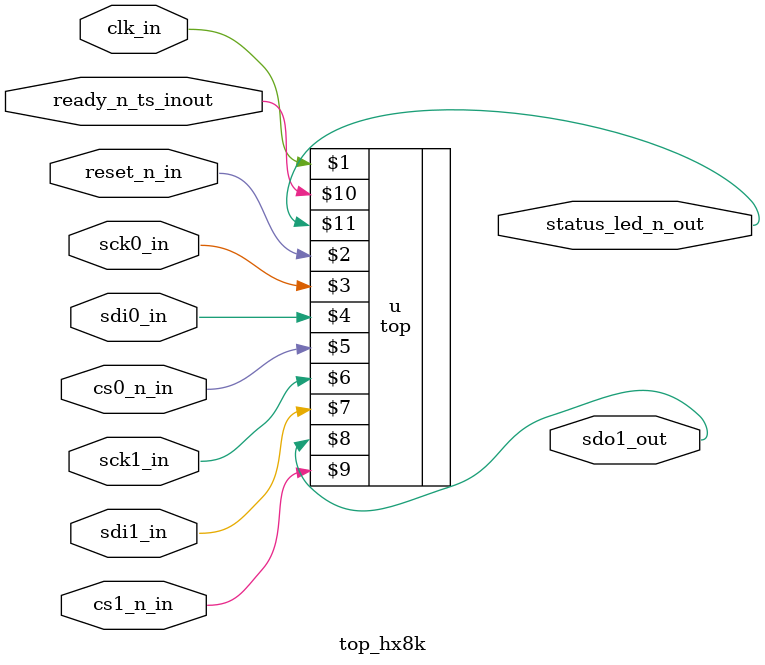
<source format=v>
module top_hx8k
(
  clk_in,
  reset_n_in,
  // Global data
  sck0_in,
  sdi0_in,
  cs0_n_in,
  // Daisy data
  sck1_in,
  sdi1_in,
  sdo1_out,
  cs1_n_in,
  // Success flags
  ready_n_ts_inout,
  // Indicators
  status_led_n_out
);

    parameter POOL_SIZE       = 2;
    parameter POOL_SIZE_LOG2  = 1;
    parameter BASE_DIFFICULTY = 64;

    // 12 MHz ~ 56.25 MHz
    parameter PLL_DIVR = 4'b0000;
    parameter PLL_DIVF = 7'b1001010;
    parameter PLL_DIVQ = 3'b100;

    // Inputs and Outputs

    input wire clk_in;

    input wire reset_n_in;

    input wire sck0_in;
    input wire sdi0_in;
    input wire cs0_n_in;

    input wire sck1_in;
    input wire sdi1_in;
    output wire sdo1_out;
    input wire cs1_n_in;

    inout wire ready_n_ts_inout;

    output wire status_led_n_out;

    top #(
      .POOL_SIZE(POOL_SIZE),
      .POOL_SIZE_LOG2(POOL_SIZE_LOG2),
      .BASE_DIFFICULTY(BASE_DIFFICULTY),
      .PLL_DIVR(PLL_DIVR),
      .PLL_DIVF(PLL_DIVF),
      .PLL_DIVQ(PLL_DIVQ)
    )
    u (
      clk_in,
      reset_n_in,
      // Global data
      sck0_in,
      sdi0_in,
      cs0_n_in,
      // Daisy data
      sck1_in,
      sdi1_in,
      sdo1_out,
      cs1_n_in,
      // Success flags
      ready_n_ts_inout,
      // Indicators
      status_led_n_out
    );

endmodule

</source>
